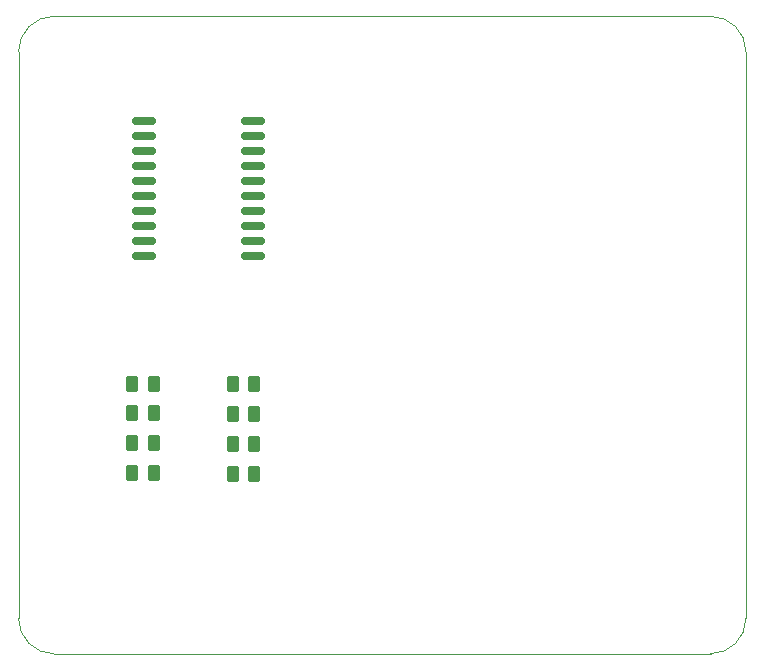
<source format=gtp>
%TF.GenerationSoftware,KiCad,Pcbnew,8.0.3-8.0.3-0~ubuntu22.04.1*%
%TF.CreationDate,2025-12-31T16:49:29+00:00*%
%TF.ProjectId,pixelpusher,70697865-6c70-4757-9368-65722e6b6963,rev?*%
%TF.SameCoordinates,Original*%
%TF.FileFunction,Paste,Top*%
%TF.FilePolarity,Positive*%
%FSLAX46Y46*%
G04 Gerber Fmt 4.6, Leading zero omitted, Abs format (unit mm)*
G04 Created by KiCad (PCBNEW 8.0.3-8.0.3-0~ubuntu22.04.1) date 2025-12-31 16:49:29*
%MOMM*%
%LPD*%
G01*
G04 APERTURE LIST*
G04 Aperture macros list*
%AMRoundRect*
0 Rectangle with rounded corners*
0 $1 Rounding radius*
0 $2 $3 $4 $5 $6 $7 $8 $9 X,Y pos of 4 corners*
0 Add a 4 corners polygon primitive as box body*
4,1,4,$2,$3,$4,$5,$6,$7,$8,$9,$2,$3,0*
0 Add four circle primitives for the rounded corners*
1,1,$1+$1,$2,$3*
1,1,$1+$1,$4,$5*
1,1,$1+$1,$6,$7*
1,1,$1+$1,$8,$9*
0 Add four rect primitives between the rounded corners*
20,1,$1+$1,$2,$3,$4,$5,0*
20,1,$1+$1,$4,$5,$6,$7,0*
20,1,$1+$1,$6,$7,$8,$9,0*
20,1,$1+$1,$8,$9,$2,$3,0*%
G04 Aperture macros list end*
%ADD10RoundRect,0.250000X-0.262500X-0.450000X0.262500X-0.450000X0.262500X0.450000X-0.262500X0.450000X0*%
%ADD11RoundRect,0.150000X-0.875000X-0.150000X0.875000X-0.150000X0.875000X0.150000X-0.875000X0.150000X0*%
%TA.AperFunction,Profile*%
%ADD12C,0.050000*%
%TD*%
G04 APERTURE END LIST*
D10*
%TO.C,R1*%
X148947500Y-123190000D03*
X150772500Y-123190000D03*
%TD*%
%TO.C,R7*%
X140415000Y-118070000D03*
X142240000Y-118070000D03*
%TD*%
%TO.C,R6*%
X140415000Y-120610000D03*
X142240000Y-120610000D03*
%TD*%
%TO.C,R2*%
X148947500Y-120650000D03*
X150772500Y-120650000D03*
%TD*%
%TO.C,R5*%
X140415000Y-123150000D03*
X142240000Y-123150000D03*
%TD*%
%TO.C,R8*%
X140415000Y-115570000D03*
X142240000Y-115570000D03*
%TD*%
%TO.C,R4*%
X148947500Y-115570000D03*
X150772500Y-115570000D03*
%TD*%
%TO.C,R3*%
X148947500Y-118110000D03*
X150772500Y-118110000D03*
%TD*%
D11*
%TO.C,U2*%
X141400000Y-93345000D03*
X141400000Y-94615000D03*
X141400000Y-95885000D03*
X141400000Y-97155000D03*
X141400000Y-98425000D03*
X141400000Y-99695000D03*
X141400000Y-100965000D03*
X141400000Y-102235000D03*
X141400000Y-103505000D03*
X141400000Y-104775000D03*
X150700000Y-104775000D03*
X150700000Y-103505000D03*
X150700000Y-102235000D03*
X150700000Y-100965000D03*
X150700000Y-99695000D03*
X150700000Y-98425000D03*
X150700000Y-97155000D03*
X150700000Y-95885000D03*
X150700000Y-94615000D03*
X150700000Y-93345000D03*
%TD*%
D12*
X133810000Y-84455000D02*
X189405000Y-84455000D01*
X189405000Y-84455000D02*
G75*
G02*
X192405000Y-87455000I0J-3000000D01*
G01*
X133810000Y-138430000D02*
G75*
G02*
X130810000Y-135430000I0J3000000D01*
G01*
X130810000Y-135430000D02*
X130810000Y-87455000D01*
X192405000Y-135430000D02*
G75*
G02*
X189405000Y-138430000I-3000000J0D01*
G01*
X189405000Y-138430000D02*
X133810000Y-138430000D01*
X192405000Y-87455000D02*
X192405000Y-135430000D01*
X130810000Y-87455000D02*
G75*
G02*
X133810000Y-84455000I3000000J0D01*
G01*
M02*

</source>
